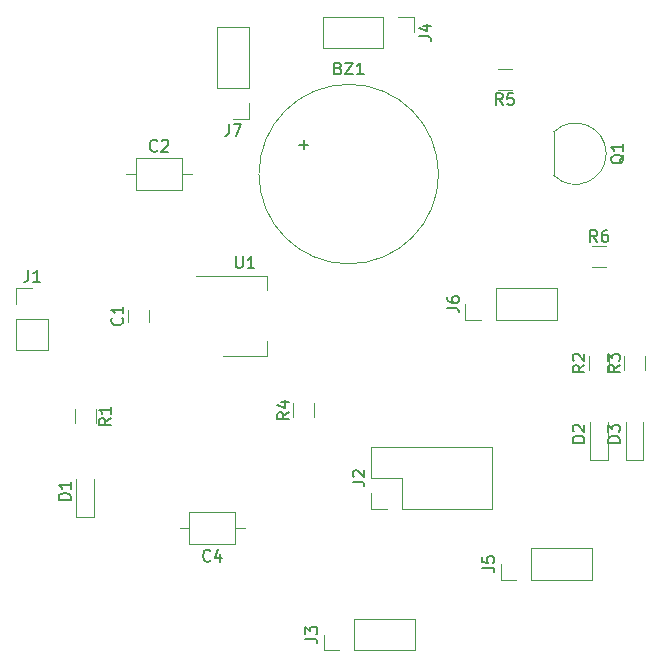
<source format=gto>
G04 #@! TF.FileFunction,Legend,Top*
%FSLAX46Y46*%
G04 Gerber Fmt 4.6, Leading zero omitted, Abs format (unit mm)*
G04 Created by KiCad (PCBNEW 4.0.7) date 03/26/19 14:41:24*
%MOMM*%
%LPD*%
G01*
G04 APERTURE LIST*
%ADD10C,0.100000*%
%ADD11C,0.120000*%
%ADD12C,0.150000*%
G04 APERTURE END LIST*
D10*
D11*
X95400000Y-42000000D02*
G75*
G03X95400000Y-42000000I-7600000J0D01*
G01*
X69150000Y-53500000D02*
X69150000Y-54500000D01*
X70850000Y-54500000D02*
X70850000Y-53500000D01*
X69790000Y-40640000D02*
X69790000Y-43360000D01*
X69790000Y-43360000D02*
X73710000Y-43360000D01*
X73710000Y-43360000D02*
X73710000Y-40640000D01*
X73710000Y-40640000D02*
X69790000Y-40640000D01*
X68980000Y-42000000D02*
X69790000Y-42000000D01*
X74520000Y-42000000D02*
X73710000Y-42000000D01*
X78210000Y-73360000D02*
X78210000Y-70640000D01*
X78210000Y-70640000D02*
X74290000Y-70640000D01*
X74290000Y-70640000D02*
X74290000Y-73360000D01*
X74290000Y-73360000D02*
X78210000Y-73360000D01*
X79020000Y-72000000D02*
X78210000Y-72000000D01*
X73480000Y-72000000D02*
X74290000Y-72000000D01*
X66250000Y-67850000D02*
X66250000Y-71050000D01*
X64750000Y-71050000D02*
X64750000Y-67850000D01*
X64750000Y-71050000D02*
X66250000Y-71050000D01*
X109750000Y-63000000D02*
X109750000Y-66200000D01*
X108250000Y-66200000D02*
X108250000Y-63000000D01*
X108250000Y-66200000D02*
X109750000Y-66200000D01*
X112750000Y-63000000D02*
X112750000Y-66200000D01*
X111250000Y-66200000D02*
X111250000Y-63000000D01*
X111250000Y-66200000D02*
X112750000Y-66200000D01*
X59670000Y-56870000D02*
X62330000Y-56870000D01*
X59670000Y-54270000D02*
X59670000Y-56870000D01*
X62330000Y-54270000D02*
X62330000Y-56870000D01*
X59670000Y-54270000D02*
X62330000Y-54270000D01*
X59670000Y-53000000D02*
X59670000Y-51670000D01*
X59670000Y-51670000D02*
X61000000Y-51670000D01*
X99950000Y-70330000D02*
X99950000Y-65130000D01*
X92270000Y-70330000D02*
X99950000Y-70330000D01*
X89670000Y-65130000D02*
X99950000Y-65130000D01*
X92270000Y-70330000D02*
X92270000Y-67730000D01*
X92270000Y-67730000D02*
X89670000Y-67730000D01*
X89670000Y-67730000D02*
X89670000Y-65130000D01*
X91000000Y-70330000D02*
X89670000Y-70330000D01*
X89670000Y-70330000D02*
X89670000Y-69000000D01*
X93410000Y-82330000D02*
X93410000Y-79670000D01*
X88270000Y-82330000D02*
X93410000Y-82330000D01*
X88270000Y-79670000D02*
X93410000Y-79670000D01*
X88270000Y-82330000D02*
X88270000Y-79670000D01*
X87000000Y-82330000D02*
X85670000Y-82330000D01*
X85670000Y-82330000D02*
X85670000Y-81000000D01*
X85590000Y-28670000D02*
X85590000Y-31330000D01*
X90730000Y-28670000D02*
X85590000Y-28670000D01*
X90730000Y-31330000D02*
X85590000Y-31330000D01*
X90730000Y-28670000D02*
X90730000Y-31330000D01*
X92000000Y-28670000D02*
X93330000Y-28670000D01*
X93330000Y-28670000D02*
X93330000Y-30000000D01*
X105150000Y-38470000D02*
X105150000Y-42070000D01*
X105161522Y-38431522D02*
G75*
G02X109600000Y-40270000I1838478J-1838478D01*
G01*
X105161522Y-42108478D02*
G75*
G03X109600000Y-40270000I1838478J1838478D01*
G01*
X64620000Y-63100000D02*
X64620000Y-61900000D01*
X66380000Y-61900000D02*
X66380000Y-63100000D01*
X109880000Y-57400000D02*
X109880000Y-58600000D01*
X108120000Y-58600000D02*
X108120000Y-57400000D01*
X112880000Y-57400000D02*
X112880000Y-58600000D01*
X111120000Y-58600000D02*
X111120000Y-57400000D01*
X84880000Y-61400000D02*
X84880000Y-62600000D01*
X83120000Y-62600000D02*
X83120000Y-61400000D01*
X100400000Y-33120000D02*
X101600000Y-33120000D01*
X101600000Y-34880000D02*
X100400000Y-34880000D01*
X109600000Y-49880000D02*
X108400000Y-49880000D01*
X108400000Y-48120000D02*
X109600000Y-48120000D01*
X80910000Y-57410000D02*
X80910000Y-56150000D01*
X80910000Y-50590000D02*
X80910000Y-51850000D01*
X77150000Y-57410000D02*
X80910000Y-57410000D01*
X74900000Y-50590000D02*
X80910000Y-50590000D01*
X108410000Y-76330000D02*
X108410000Y-73670000D01*
X103270000Y-76330000D02*
X108410000Y-76330000D01*
X103270000Y-73670000D02*
X108410000Y-73670000D01*
X103270000Y-76330000D02*
X103270000Y-73670000D01*
X102000000Y-76330000D02*
X100670000Y-76330000D01*
X100670000Y-76330000D02*
X100670000Y-75000000D01*
X105410000Y-54330000D02*
X105410000Y-51670000D01*
X100270000Y-54330000D02*
X105410000Y-54330000D01*
X100270000Y-51670000D02*
X105410000Y-51670000D01*
X100270000Y-54330000D02*
X100270000Y-51670000D01*
X99000000Y-54330000D02*
X97670000Y-54330000D01*
X97670000Y-54330000D02*
X97670000Y-53000000D01*
X79330000Y-29590000D02*
X76670000Y-29590000D01*
X79330000Y-34730000D02*
X79330000Y-29590000D01*
X76670000Y-34730000D02*
X76670000Y-29590000D01*
X79330000Y-34730000D02*
X76670000Y-34730000D01*
X79330000Y-36000000D02*
X79330000Y-37330000D01*
X79330000Y-37330000D02*
X78000000Y-37330000D01*
D12*
X86929048Y-33038571D02*
X87071905Y-33086190D01*
X87119524Y-33133810D01*
X87167143Y-33229048D01*
X87167143Y-33371905D01*
X87119524Y-33467143D01*
X87071905Y-33514762D01*
X86976667Y-33562381D01*
X86595714Y-33562381D01*
X86595714Y-32562381D01*
X86929048Y-32562381D01*
X87024286Y-32610000D01*
X87071905Y-32657619D01*
X87119524Y-32752857D01*
X87119524Y-32848095D01*
X87071905Y-32943333D01*
X87024286Y-32990952D01*
X86929048Y-33038571D01*
X86595714Y-33038571D01*
X87500476Y-32562381D02*
X88167143Y-32562381D01*
X87500476Y-33562381D01*
X88167143Y-33562381D01*
X89071905Y-33562381D02*
X88500476Y-33562381D01*
X88786190Y-33562381D02*
X88786190Y-32562381D01*
X88690952Y-32705238D01*
X88595714Y-32800476D01*
X88500476Y-32848095D01*
X83609048Y-39531429D02*
X84370953Y-39531429D01*
X83990001Y-39912381D02*
X83990001Y-39150476D01*
X68607143Y-54166666D02*
X68654762Y-54214285D01*
X68702381Y-54357142D01*
X68702381Y-54452380D01*
X68654762Y-54595238D01*
X68559524Y-54690476D01*
X68464286Y-54738095D01*
X68273810Y-54785714D01*
X68130952Y-54785714D01*
X67940476Y-54738095D01*
X67845238Y-54690476D01*
X67750000Y-54595238D01*
X67702381Y-54452380D01*
X67702381Y-54357142D01*
X67750000Y-54214285D01*
X67797619Y-54166666D01*
X68702381Y-53214285D02*
X68702381Y-53785714D01*
X68702381Y-53500000D02*
X67702381Y-53500000D01*
X67845238Y-53595238D01*
X67940476Y-53690476D01*
X67988095Y-53785714D01*
X71583334Y-39997143D02*
X71535715Y-40044762D01*
X71392858Y-40092381D01*
X71297620Y-40092381D01*
X71154762Y-40044762D01*
X71059524Y-39949524D01*
X71011905Y-39854286D01*
X70964286Y-39663810D01*
X70964286Y-39520952D01*
X71011905Y-39330476D01*
X71059524Y-39235238D01*
X71154762Y-39140000D01*
X71297620Y-39092381D01*
X71392858Y-39092381D01*
X71535715Y-39140000D01*
X71583334Y-39187619D01*
X71964286Y-39187619D02*
X72011905Y-39140000D01*
X72107143Y-39092381D01*
X72345239Y-39092381D01*
X72440477Y-39140000D01*
X72488096Y-39187619D01*
X72535715Y-39282857D01*
X72535715Y-39378095D01*
X72488096Y-39520952D01*
X71916667Y-40092381D01*
X72535715Y-40092381D01*
X76083334Y-74717143D02*
X76035715Y-74764762D01*
X75892858Y-74812381D01*
X75797620Y-74812381D01*
X75654762Y-74764762D01*
X75559524Y-74669524D01*
X75511905Y-74574286D01*
X75464286Y-74383810D01*
X75464286Y-74240952D01*
X75511905Y-74050476D01*
X75559524Y-73955238D01*
X75654762Y-73860000D01*
X75797620Y-73812381D01*
X75892858Y-73812381D01*
X76035715Y-73860000D01*
X76083334Y-73907619D01*
X76940477Y-74145714D02*
X76940477Y-74812381D01*
X76702381Y-73764762D02*
X76464286Y-74479048D01*
X77083334Y-74479048D01*
X64252381Y-69588095D02*
X63252381Y-69588095D01*
X63252381Y-69350000D01*
X63300000Y-69207142D01*
X63395238Y-69111904D01*
X63490476Y-69064285D01*
X63680952Y-69016666D01*
X63823810Y-69016666D01*
X64014286Y-69064285D01*
X64109524Y-69111904D01*
X64204762Y-69207142D01*
X64252381Y-69350000D01*
X64252381Y-69588095D01*
X64252381Y-68064285D02*
X64252381Y-68635714D01*
X64252381Y-68350000D02*
X63252381Y-68350000D01*
X63395238Y-68445238D01*
X63490476Y-68540476D01*
X63538095Y-68635714D01*
X107752381Y-64738095D02*
X106752381Y-64738095D01*
X106752381Y-64500000D01*
X106800000Y-64357142D01*
X106895238Y-64261904D01*
X106990476Y-64214285D01*
X107180952Y-64166666D01*
X107323810Y-64166666D01*
X107514286Y-64214285D01*
X107609524Y-64261904D01*
X107704762Y-64357142D01*
X107752381Y-64500000D01*
X107752381Y-64738095D01*
X106847619Y-63785714D02*
X106800000Y-63738095D01*
X106752381Y-63642857D01*
X106752381Y-63404761D01*
X106800000Y-63309523D01*
X106847619Y-63261904D01*
X106942857Y-63214285D01*
X107038095Y-63214285D01*
X107180952Y-63261904D01*
X107752381Y-63833333D01*
X107752381Y-63214285D01*
X110752381Y-64738095D02*
X109752381Y-64738095D01*
X109752381Y-64500000D01*
X109800000Y-64357142D01*
X109895238Y-64261904D01*
X109990476Y-64214285D01*
X110180952Y-64166666D01*
X110323810Y-64166666D01*
X110514286Y-64214285D01*
X110609524Y-64261904D01*
X110704762Y-64357142D01*
X110752381Y-64500000D01*
X110752381Y-64738095D01*
X109752381Y-63833333D02*
X109752381Y-63214285D01*
X110133333Y-63547619D01*
X110133333Y-63404761D01*
X110180952Y-63309523D01*
X110228571Y-63261904D01*
X110323810Y-63214285D01*
X110561905Y-63214285D01*
X110657143Y-63261904D01*
X110704762Y-63309523D01*
X110752381Y-63404761D01*
X110752381Y-63690476D01*
X110704762Y-63785714D01*
X110657143Y-63833333D01*
X60666667Y-50122381D02*
X60666667Y-50836667D01*
X60619047Y-50979524D01*
X60523809Y-51074762D01*
X60380952Y-51122381D01*
X60285714Y-51122381D01*
X61666667Y-51122381D02*
X61095238Y-51122381D01*
X61380952Y-51122381D02*
X61380952Y-50122381D01*
X61285714Y-50265238D01*
X61190476Y-50360476D01*
X61095238Y-50408095D01*
X88122381Y-68063333D02*
X88836667Y-68063333D01*
X88979524Y-68110953D01*
X89074762Y-68206191D01*
X89122381Y-68349048D01*
X89122381Y-68444286D01*
X88217619Y-67634762D02*
X88170000Y-67587143D01*
X88122381Y-67491905D01*
X88122381Y-67253809D01*
X88170000Y-67158571D01*
X88217619Y-67110952D01*
X88312857Y-67063333D01*
X88408095Y-67063333D01*
X88550952Y-67110952D01*
X89122381Y-67682381D01*
X89122381Y-67063333D01*
X84122381Y-81333333D02*
X84836667Y-81333333D01*
X84979524Y-81380953D01*
X85074762Y-81476191D01*
X85122381Y-81619048D01*
X85122381Y-81714286D01*
X84122381Y-80952381D02*
X84122381Y-80333333D01*
X84503333Y-80666667D01*
X84503333Y-80523809D01*
X84550952Y-80428571D01*
X84598571Y-80380952D01*
X84693810Y-80333333D01*
X84931905Y-80333333D01*
X85027143Y-80380952D01*
X85074762Y-80428571D01*
X85122381Y-80523809D01*
X85122381Y-80809524D01*
X85074762Y-80904762D01*
X85027143Y-80952381D01*
X93782381Y-30333333D02*
X94496667Y-30333333D01*
X94639524Y-30380953D01*
X94734762Y-30476191D01*
X94782381Y-30619048D01*
X94782381Y-30714286D01*
X94115714Y-29428571D02*
X94782381Y-29428571D01*
X93734762Y-29666667D02*
X94449048Y-29904762D01*
X94449048Y-29285714D01*
X111107619Y-40365238D02*
X111060000Y-40460476D01*
X110964762Y-40555714D01*
X110821905Y-40698571D01*
X110774286Y-40793810D01*
X110774286Y-40889048D01*
X111012381Y-40841429D02*
X110964762Y-40936667D01*
X110869524Y-41031905D01*
X110679048Y-41079524D01*
X110345714Y-41079524D01*
X110155238Y-41031905D01*
X110060000Y-40936667D01*
X110012381Y-40841429D01*
X110012381Y-40650952D01*
X110060000Y-40555714D01*
X110155238Y-40460476D01*
X110345714Y-40412857D01*
X110679048Y-40412857D01*
X110869524Y-40460476D01*
X110964762Y-40555714D01*
X111012381Y-40650952D01*
X111012381Y-40841429D01*
X111012381Y-39460476D02*
X111012381Y-40031905D01*
X111012381Y-39746191D02*
X110012381Y-39746191D01*
X110155238Y-39841429D01*
X110250476Y-39936667D01*
X110298095Y-40031905D01*
X67652381Y-62666666D02*
X67176190Y-63000000D01*
X67652381Y-63238095D02*
X66652381Y-63238095D01*
X66652381Y-62857142D01*
X66700000Y-62761904D01*
X66747619Y-62714285D01*
X66842857Y-62666666D01*
X66985714Y-62666666D01*
X67080952Y-62714285D01*
X67128571Y-62761904D01*
X67176190Y-62857142D01*
X67176190Y-63238095D01*
X67652381Y-61714285D02*
X67652381Y-62285714D01*
X67652381Y-62000000D02*
X66652381Y-62000000D01*
X66795238Y-62095238D01*
X66890476Y-62190476D01*
X66938095Y-62285714D01*
X107752381Y-58166666D02*
X107276190Y-58500000D01*
X107752381Y-58738095D02*
X106752381Y-58738095D01*
X106752381Y-58357142D01*
X106800000Y-58261904D01*
X106847619Y-58214285D01*
X106942857Y-58166666D01*
X107085714Y-58166666D01*
X107180952Y-58214285D01*
X107228571Y-58261904D01*
X107276190Y-58357142D01*
X107276190Y-58738095D01*
X106847619Y-57785714D02*
X106800000Y-57738095D01*
X106752381Y-57642857D01*
X106752381Y-57404761D01*
X106800000Y-57309523D01*
X106847619Y-57261904D01*
X106942857Y-57214285D01*
X107038095Y-57214285D01*
X107180952Y-57261904D01*
X107752381Y-57833333D01*
X107752381Y-57214285D01*
X110752381Y-58166666D02*
X110276190Y-58500000D01*
X110752381Y-58738095D02*
X109752381Y-58738095D01*
X109752381Y-58357142D01*
X109800000Y-58261904D01*
X109847619Y-58214285D01*
X109942857Y-58166666D01*
X110085714Y-58166666D01*
X110180952Y-58214285D01*
X110228571Y-58261904D01*
X110276190Y-58357142D01*
X110276190Y-58738095D01*
X109752381Y-57833333D02*
X109752381Y-57214285D01*
X110133333Y-57547619D01*
X110133333Y-57404761D01*
X110180952Y-57309523D01*
X110228571Y-57261904D01*
X110323810Y-57214285D01*
X110561905Y-57214285D01*
X110657143Y-57261904D01*
X110704762Y-57309523D01*
X110752381Y-57404761D01*
X110752381Y-57690476D01*
X110704762Y-57785714D01*
X110657143Y-57833333D01*
X82752381Y-62166666D02*
X82276190Y-62500000D01*
X82752381Y-62738095D02*
X81752381Y-62738095D01*
X81752381Y-62357142D01*
X81800000Y-62261904D01*
X81847619Y-62214285D01*
X81942857Y-62166666D01*
X82085714Y-62166666D01*
X82180952Y-62214285D01*
X82228571Y-62261904D01*
X82276190Y-62357142D01*
X82276190Y-62738095D01*
X82085714Y-61309523D02*
X82752381Y-61309523D01*
X81704762Y-61547619D02*
X82419048Y-61785714D01*
X82419048Y-61166666D01*
X100833334Y-36152381D02*
X100500000Y-35676190D01*
X100261905Y-36152381D02*
X100261905Y-35152381D01*
X100642858Y-35152381D01*
X100738096Y-35200000D01*
X100785715Y-35247619D01*
X100833334Y-35342857D01*
X100833334Y-35485714D01*
X100785715Y-35580952D01*
X100738096Y-35628571D01*
X100642858Y-35676190D01*
X100261905Y-35676190D01*
X101738096Y-35152381D02*
X101261905Y-35152381D01*
X101214286Y-35628571D01*
X101261905Y-35580952D01*
X101357143Y-35533333D01*
X101595239Y-35533333D01*
X101690477Y-35580952D01*
X101738096Y-35628571D01*
X101785715Y-35723810D01*
X101785715Y-35961905D01*
X101738096Y-36057143D01*
X101690477Y-36104762D01*
X101595239Y-36152381D01*
X101357143Y-36152381D01*
X101261905Y-36104762D01*
X101214286Y-36057143D01*
X108833334Y-47752381D02*
X108500000Y-47276190D01*
X108261905Y-47752381D02*
X108261905Y-46752381D01*
X108642858Y-46752381D01*
X108738096Y-46800000D01*
X108785715Y-46847619D01*
X108833334Y-46942857D01*
X108833334Y-47085714D01*
X108785715Y-47180952D01*
X108738096Y-47228571D01*
X108642858Y-47276190D01*
X108261905Y-47276190D01*
X109690477Y-46752381D02*
X109500000Y-46752381D01*
X109404762Y-46800000D01*
X109357143Y-46847619D01*
X109261905Y-46990476D01*
X109214286Y-47180952D01*
X109214286Y-47561905D01*
X109261905Y-47657143D01*
X109309524Y-47704762D01*
X109404762Y-47752381D01*
X109595239Y-47752381D01*
X109690477Y-47704762D01*
X109738096Y-47657143D01*
X109785715Y-47561905D01*
X109785715Y-47323810D01*
X109738096Y-47228571D01*
X109690477Y-47180952D01*
X109595239Y-47133333D01*
X109404762Y-47133333D01*
X109309524Y-47180952D01*
X109261905Y-47228571D01*
X109214286Y-47323810D01*
X78238095Y-48952381D02*
X78238095Y-49761905D01*
X78285714Y-49857143D01*
X78333333Y-49904762D01*
X78428571Y-49952381D01*
X78619048Y-49952381D01*
X78714286Y-49904762D01*
X78761905Y-49857143D01*
X78809524Y-49761905D01*
X78809524Y-48952381D01*
X79809524Y-49952381D02*
X79238095Y-49952381D01*
X79523809Y-49952381D02*
X79523809Y-48952381D01*
X79428571Y-49095238D01*
X79333333Y-49190476D01*
X79238095Y-49238095D01*
X99122381Y-75333333D02*
X99836667Y-75333333D01*
X99979524Y-75380953D01*
X100074762Y-75476191D01*
X100122381Y-75619048D01*
X100122381Y-75714286D01*
X99122381Y-74380952D02*
X99122381Y-74857143D01*
X99598571Y-74904762D01*
X99550952Y-74857143D01*
X99503333Y-74761905D01*
X99503333Y-74523809D01*
X99550952Y-74428571D01*
X99598571Y-74380952D01*
X99693810Y-74333333D01*
X99931905Y-74333333D01*
X100027143Y-74380952D01*
X100074762Y-74428571D01*
X100122381Y-74523809D01*
X100122381Y-74761905D01*
X100074762Y-74857143D01*
X100027143Y-74904762D01*
X96122381Y-53333333D02*
X96836667Y-53333333D01*
X96979524Y-53380953D01*
X97074762Y-53476191D01*
X97122381Y-53619048D01*
X97122381Y-53714286D01*
X96122381Y-52428571D02*
X96122381Y-52619048D01*
X96170000Y-52714286D01*
X96217619Y-52761905D01*
X96360476Y-52857143D01*
X96550952Y-52904762D01*
X96931905Y-52904762D01*
X97027143Y-52857143D01*
X97074762Y-52809524D01*
X97122381Y-52714286D01*
X97122381Y-52523809D01*
X97074762Y-52428571D01*
X97027143Y-52380952D01*
X96931905Y-52333333D01*
X96693810Y-52333333D01*
X96598571Y-52380952D01*
X96550952Y-52428571D01*
X96503333Y-52523809D01*
X96503333Y-52714286D01*
X96550952Y-52809524D01*
X96598571Y-52857143D01*
X96693810Y-52904762D01*
X77666667Y-37782381D02*
X77666667Y-38496667D01*
X77619047Y-38639524D01*
X77523809Y-38734762D01*
X77380952Y-38782381D01*
X77285714Y-38782381D01*
X78047619Y-37782381D02*
X78714286Y-37782381D01*
X78285714Y-38782381D01*
M02*

</source>
